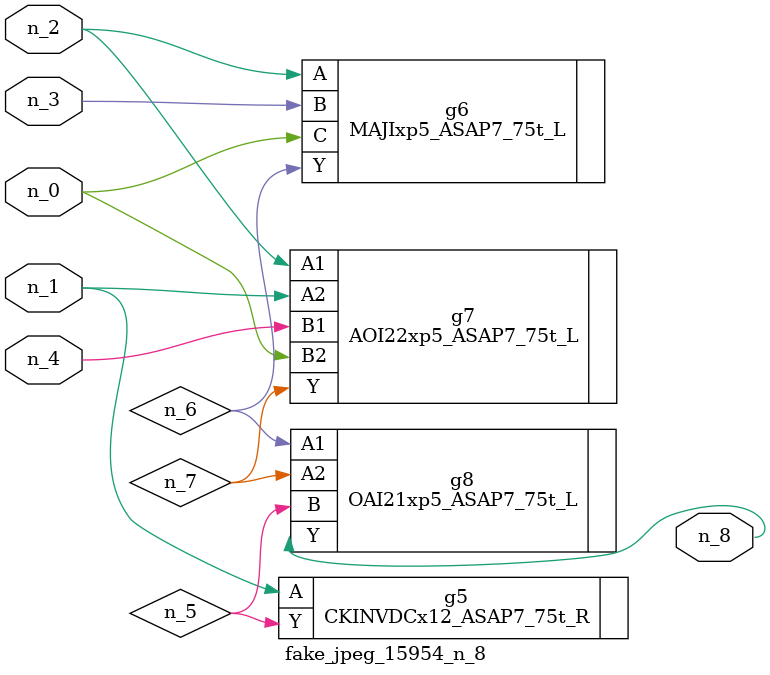
<source format=v>
module fake_jpeg_15954_n_8 (n_3, n_2, n_1, n_0, n_4, n_8);

input n_3;
input n_2;
input n_1;
input n_0;
input n_4;

output n_8;

wire n_6;
wire n_5;
wire n_7;

CKINVDCx12_ASAP7_75t_R g5 ( 
.A(n_1),
.Y(n_5)
);

MAJIxp5_ASAP7_75t_L g6 ( 
.A(n_2),
.B(n_3),
.C(n_0),
.Y(n_6)
);

AOI22xp5_ASAP7_75t_L g7 ( 
.A1(n_2),
.A2(n_1),
.B1(n_4),
.B2(n_0),
.Y(n_7)
);

OAI21xp5_ASAP7_75t_L g8 ( 
.A1(n_6),
.A2(n_7),
.B(n_5),
.Y(n_8)
);


endmodule
</source>
